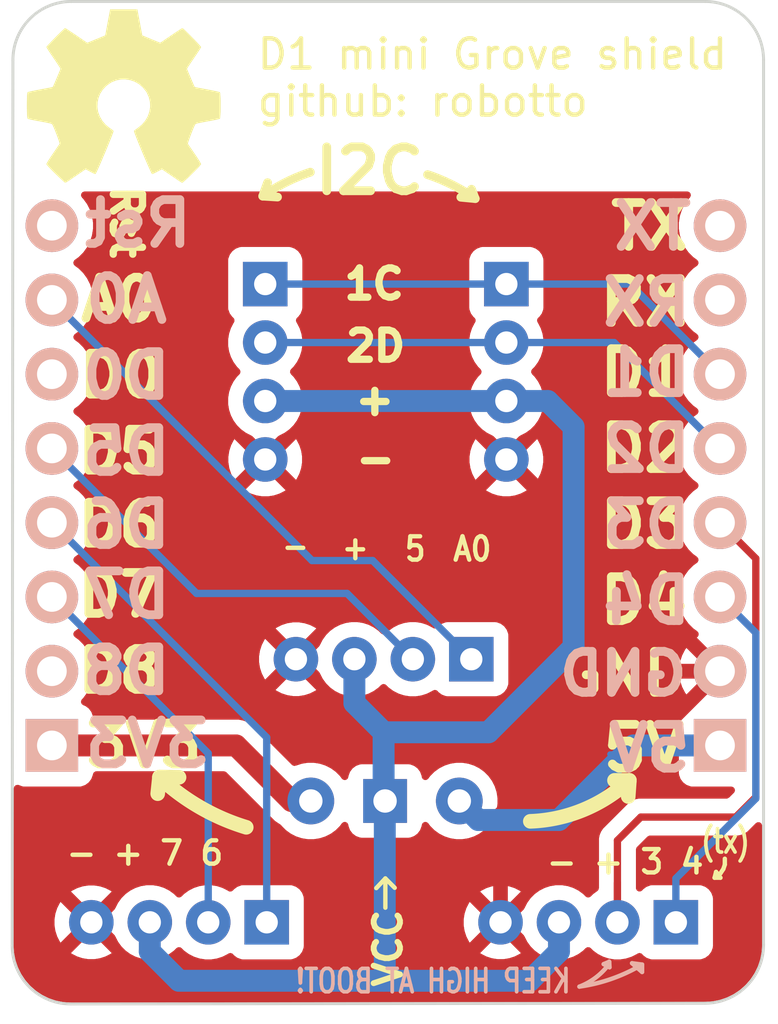
<source format=kicad_pcb>
(kicad_pcb (version 20241229) (generator "pcbnew") (generator_version "9.0")
  (layers (0 "F.Cu" signal) (2 "B.Cu" signal) (13 "F.Paste" user) (15 "B.Paste" user) (5 "F.SilkS" user "F.Silkscreen") (7 "B.SilkS" user "B.Silkscreen") (1 "F.Mask" user) (3 "B.Mask" user) (25 "Edge.Cuts" user))
  (net 0 "")
  (net 1 "GND")
  (net 2 "SDA_D2")
  (net 3 "/D3")
  (net 4 "SCL_D1")
  (net 5 "VCC")
  (net 6 "/RX")
  (net 7 "/TX")
  (net 8 "TX1_D4")
  (net 9 "/D8")
  (net 10 "/D7")
  (net 11 "/D6")
  (net 12 "/D5")
  (net 13 "/D0")
  (net 14 "/A0")
  (net 15 "/RST")
  (net 16 "+5V")
  (net 17 "+3V3")
  (footprint "D1_mini:NS-Tech_Grove_1x04_P2mm_Vertical" (layer "F.Cu") (at 134.62 110.01 -90)
    (property "Reference" "5_6" (hide yes))
    (property "Value" "Conn_01x04_Socket" (hide yes))
    (pad "1" thru_hole rect (at 0 0 270) (size 1.524 1.524) (drill 0.762) (layers "*.Cu" "*.Mask") (net 11 "/D6"))
    (pad "2" thru_hole circle (at 0 2 270) (size 1.524 1.524) (drill 0.762) (layers "*.Cu" "*.Mask") (net 10 "/D7"))
    (pad "3" thru_hole circle (at 0 4 270) (size 1.524 1.524) (drill 0.762) (layers "*.Cu" "*.Mask") (net 5 "VCC"))
    (pad "4" thru_hole circle (at 0 6 270) (size 1.524 1.524) (drill 0.762) (layers "*.Cu" "*.Mask") (net 1 "GND"))
  )
  (footprint "D1_mini:NS-Tech_Grove_1x04_P2mm_Vertical" (layer "F.Cu") (at 148.62 110.01 -90)
    (property "Reference" "3_4" (hide yes))
    (property "Value" "Conn_01x04_Socket" (hide yes))
    (pad "1" thru_hole rect (at 0 0 270) (size 1.524 1.524) (drill 0.762) (layers "*.Cu" "*.Mask") (net 8 "TX1_D4"))
    (pad "2" thru_hole circle (at 0 2 270) (size 1.524 1.524) (drill 0.762) (layers "*.Cu" "*.Mask") (net 3 "/D3"))
    (pad "3" thru_hole circle (at 0 4 270) (size 1.524 1.524) (drill 0.762) (layers "*.Cu" "*.Mask") (net 5 "VCC"))
    (pad "4" thru_hole circle (at 0 6 270) (size 1.524 1.524) (drill 0.762) (layers "*.Cu" "*.Mask") (net 1 "GND"))
  )
  (footprint "D1_mini:NS-Tech_Grove_1x04_P2mm_Vertical" (layer "F.Cu") (at 141.62 101.01 -90)
    (property "Reference" "A0_7" (hide yes))
    (property "Value" "Conn_01x04_Socket" (hide yes))
    (pad "1" thru_hole rect (at 0 0 270) (size 1.524 1.524) (drill 0.762) (layers "*.Cu" "*.Mask") (net 14 "/A0"))
    (pad "2" thru_hole circle (at 0 2 270) (size 1.524 1.524) (drill 0.762) (layers "*.Cu" "*.Mask") (net 12 "/D5"))
    (pad "3" thru_hole circle (at 0 4 270) (size 1.524 1.524) (drill 0.762) (layers "*.Cu" "*.Mask") (net 5 "VCC"))
    (pad "4" thru_hole circle (at 0 6 270) (size 1.524 1.524) (drill 0.762) (layers "*.Cu" "*.Mask") (net 1 "GND"))
  )
  (footprint "D1_mini:NS-Tech_Grove_1x04_P2mm_Vertical" (layer "F.Cu") (at 142.82 88.1775)
    (property "Reference" "1_2_IIC1" (hide yes))
    (property "Value" "Conn_01x04_Socket" (hide yes))
    (pad "1" thru_hole rect (at 0 0) (size 1.524 1.524) (drill 0.762) (layers "*.Cu" "*.Mask") (net 4 "SCL_D1"))
    (pad "2" thru_hole circle (at 0 2) (size 1.524 1.524) (drill 0.762) (layers "*.Cu" "*.Mask") (net 2 "SDA_D2"))
    (pad "3" thru_hole circle (at 0 4) (size 1.524 1.524) (drill 0.762) (layers "*.Cu" "*.Mask") (net 5 "VCC"))
    (pad "4" thru_hole circle (at 0 6) (size 1.524 1.524) (drill 0.762) (layers "*.Cu" "*.Mask") (net 1 "GND"))
  )
  (footprint "Symbol:OSHW-Symbol_6.7x6mm_SilkScreen" (layer "F.Cu") (at 129.72 81.76)
    (property "Reference" "REF**" (hide yes))
    (property "Value" "OSHW-Symbol_6.7x6mm_SilkScreen" (hide yes))
    (fp_poly (pts (xy 0.555814 -2.531069) (xy 0.639635 -2.086445) (xy 0.94892 -1.958947) (xy 1.258206 -1.831449) (xy 1.629246 -2.083754) (xy 1.733157 -2.154004) (xy 1.827087 -2.216728) (xy 1.906652 -2.269062) (xy 1.96747 -2.308143) (xy 2.005157 -2.331107) (xy 2.015421 -2.336058) (xy 2.03391 -2.323324) (xy 2.07342 -2.288118) (xy 2.129522 -2.234938) (xy 2.197787 -2.168282) (xy 2.273786 -2.092646) (xy 2.353092 -2.012528) (xy 2.431275 -1.932426) (xy 2.503907 -1.856836) (xy 2.566559 -1.790255) (xy 2.614803 -1.737182) (xy 2.64421 -1.702113) (xy 2.651241 -1.690377) (xy 2.641123 -1.66874) (xy 2.612759 -1.621338) (xy 2.569129 -1.552807) (xy 2.513218 -1.467785) (xy 2.448006 -1.370907) (xy 2.410219 -1.31565) (xy 2.341343 -1.214752) (xy 2.28014 -1.123701) (xy 2.229578 -1.04703) (xy 2.192628 -0.989272) (xy 2.172258 -0.954957) (xy 2.169197 -0.947746) (xy 2.176136 -0.927252) (xy 2.195051 -0.879487) (xy 2.223087 -0.811168) (xy 2.257391 -0.729011) (xy 2.295109 -0.63973) (xy 2.333387 -0.550042) (xy 2.36937 -0.466662) (xy 2.400206 -0.396306) (xy 2.423039 -0.34569) (xy 2.435017 -0.321529) (xy 2.435724 -0.320578) (xy 2.454531 -0.315964) (xy 2.504618 -0.305672) (xy 2.580793 -0.290713) (xy 2.677865 -0.272099) (xy 2.790643 -0.250841) (xy 2.856442 -0.238582) (xy 2.97695 -0.215638) (xy 3.085797 -0.193805) (xy 3.177476 -0.174278) (xy 3.246481 -0.158252) (xy 3.287304 -0.146921) (xy 3.295511 -0.143326) (xy 3.303548 -0.118994) (xy 3.310033 -0.064041) (xy 3.31497 0.015108) (xy 3.318364 0.112026) (xy 3.320218 0.220287) (xy 3.320538 0.333465) (xy 3.319327 0.445135) (xy 3.31659 0.548868) (xy 3.312331 0.638241) (xy 3.306555 0.706826) (xy 3.299267 0.748197) (xy 3.294895 0.75681) (xy 3.268764 0.767133) (xy 3.213393 0.781892) (xy 3.136107 0.799352) (xy 3.04423 0.81778) (xy 3.012158 0.823741) (xy 2.857524 0.852066) (xy 2.735375 0.874876) (xy 2.641673 0.89308) (xy 2.572384 0.907583) (xy 2.523471 0.919292) (xy 2.490897 0.929115) (xy 2.470628 0.937956) (xy 2.458626 0.946724) (xy 2.456947 0.948457) (xy 2.440184 0.976371) (xy 2.414614 1.030695) (xy 2.382788 1.104777) (xy 2.34726 1.191965) (xy 2.310583 1.285608) (xy 2.275311 1.379052) (xy 2.243996 1.465647) (xy 2.219193 1.53874) (xy 2.203454 1.591678) (xy 2.199332 1.617811) (xy 2.199676 1.618726) (xy 2.213641 1.640086) (xy 2.245322 1.687084) (xy 2.291391 1.754827) (xy 2.348518 1.838423) (xy 2.413373 1.932982) (xy 2.431843 1.959854) (xy 2.497699 2.057275) (xy 2.55565 2.146163) (xy 2.602538 2.221412) (xy 2.635207 2.27792) (xy 2.6505 2.310581) (xy 2.651241 2.314593) (xy 2.638392 2.335684) (xy 2.602888 2.377464) (xy 2.549293 2.435445) (xy 2.482171 2.505135) (xy 2.406087 2.582045) (xy 2.325604 2.661683) (xy 2.245287 2.739561) (xy 2.169699 2.811186) (xy 2.103405 2.87207) (xy 2.050969 2.917721) (xy 2.016955 2.94365) (xy 2.007545 2.947883) (xy 1.985643 2.937912) (xy 1.9408 2.91102) (xy 1.880321 2.871736) (xy 1.833789 2.840117) (xy 1.749475 2.782098) (xy 1.649626 2.713784) (xy 1.549473 2.645579) (xy 1.495627 2.609075) (xy 1.313371 2.4858) (xy 1.160381 2.56852) (xy 1.090682 2.604759) (xy 1.031414 2.632926) (xy 0.991311 2.648991) (xy 0.981103 2.651226) (xy 0.968829 2.634722) (xy 0.944613 2.588082) (xy 0.910263 2.515609) (xy 0.867588 2.421606) (xy 0.818394 2.310374) (xy 0.76449 2.186215) (xy 0.707684 2.053432) (xy 0.649782 1.916327) (xy 0.592593 1.779202) (xy 0.537924 1.646358) (xy 0.487584 1.522098) (xy 0.44338 1.410725) (xy 0.407119 1.316539) (xy 0.380609 1.243844) (xy 0.365658 1.196941) (xy 0.363254 1.180833) (xy 0.382311 1.160286) (xy 0.424036 1.126933) (xy 0.479706 1.087702) (xy 0.484378 1.084599) (xy 0.628264 0.969423) (xy 0.744283 0.835053) (xy 0.83143 0.685784) (xy 0.888699 0.525913) (xy 0.915086 0.359737) (xy 0.909585 0.191552) (xy 0.87119 0.025655) (xy 0.798895 -0.133658) (xy 0.777626 -0.168513) (xy 0.666996 -0.309263) (xy 0.536302 -0.422286) (xy 0.390064 -0.506997) (xy 0.232808 -0.562806) (xy 0.069057 -0.589126) (xy -0.096667 -0.58537) (xy -0.259838 -0.55095) (xy -0.415935 -0.485277) (xy -0.560433 -0.387765) (xy -0.605131 -0.348187) (xy -0.718888 -0.224297) (xy -0.801782 -0.093876) (xy -0.858644 0.052315) (xy -0.890313 0.197088) (xy -0.898131 0.35986) (xy -0.872062 0.52344) (xy -0.814755 0.682298) (xy -0.728856 0.830906) (xy -0.617014 0.963735) (xy -0.481877 1.075256) (xy -0.464117 1.087011) (xy -0.40785 1.125508) (xy -0.365077 1.158863) (xy -0.344628 1.18016) (xy -0.344331 1.180833) (xy -0.348721 1.203871) (xy -0.366124 1.256157) (xy -0.394732 1.33339) (xy -0.432735 1.431268) (xy -0.478326 1.545491) (xy -0.529697 1.671758) (xy -0.585038 1.805767) (xy -0.642542 1.943218) (xy -0.700399 2.079808) (xy -0.756802 2.211237) (xy -0.809942 2.333205) (xy -0.85801 2.441409) (xy -0.899199 2.531549) (xy -0.931699 2.599323) (xy -0.953703 2.64043) (xy -0.962564 2.651226) (xy -0.98964 2.642819) (xy -1.040303 2.620272) (xy -1.105817 2.587613) (xy -1.141841 2.56852) (xy -1.294832 2.4858) (xy -1.477088 2.609075) (xy -1.570125 2.672228) (xy -1.671985 2.741727) (xy -1.767438 2.807165) (xy -1.81525 2.840117) (xy -1.882495 2.885273) (xy -1.939436 2.921057) (xy -1.978646 2.942938) (xy -1.991381 2.947563) (xy -2.009917 2.935085) (xy -2.050941 2.900252) (xy -2.110475 2.846678) (xy -2.184542 2.777983) (xy -2.269165 2.697781) (xy -2.322685 2.646286) (xy -2.416319 2.554286) (xy -2.497241 2.471999) (xy -2.562177 2.402945) (xy -2.607858 2.350644) (xy -2.631011 2.318616) (xy -2.633232 2.312116) (xy -2.622924 2.287394) (xy -2.594439 2.237405) (xy -2.550937 2.167212) (xy -2.495577 2.081875) (xy -2.43152 1.986456) (xy -2.413303 1.959854) (xy -2.346927 1.863167) (xy -2.287378 1.776117) (xy -2.237984 1.703595) (xy -2.202075 1.650493) (xy -2.182981 1.621703) (xy -2.181136 1.618726) (xy -2.183895 1.595782) (xy -2.198538 1.545336) (xy -2.222513 1.474041) (xy -2.253266 1.388547) (xy -2.288244 1.295507) (xy -2.324893 1.201574) (xy -2.360661 1.113399) (xy -2.392994 1.037634) (xy -2.419338 0.980931) (xy -2.437142 0.949943) (xy -2.438407 0.948457) (xy -2.449294 0.939601) (xy -2.467682 0.930843) (xy -2.497606 0.921277) (xy -2.543103 0.909996) (xy -2.608209 0.896093) (xy -2.696961 0.878663) (xy -2.813393 0.856798) (xy -2.961542 0.829591) (xy -2.993618 0.823741) (xy -3.088686 0.805374) (xy -3.171565 0.787405) (xy -3.23493 0.771569) (xy -3.271458 0.7596) (xy -3.276356 0.75681) (xy -3.284427 0.732072) (xy -3.290987 0.67679) (xy -3.296033 0.597389) (xy -3.299559 0.500296) (xy -3.301561 0.391938) (xy -3.302036 0.27874) (xy -3.300977 0.167128) (xy -3.298382 0.063529) (xy -3.294246 -0.025632) (xy -3.288563 -0.093928) (xy -3.281331 -0.134934) (xy -3.276971 -0.143326) (xy -3.252698 -0.151792) (xy -3.197426 -0.165565) (xy -3.116662 -0.18345) (xy -3.015912 -0.204252) (xy -2.900683 -0.226777) (xy -2.837902 -0.238582) (xy -2.718787 -0.260849) (xy -2.612565 -0.281021) (xy -2.524427 -0.298085) (xy -2.459566 -0.311031) (xy -2.423174 -0.318845) (xy -2.417184 -0.320578) (xy -2.407061 -0.34011) (xy -2.385662 -0.387157) (xy -2.355839 -0.454997) (xy -2.320445 -0.536909) (xy -2.282332 -0.626172) (xy -2.244353 -0.716065) (xy -2.20936 -0.799865) (xy -2.180206 -0.870853) (xy -2.159743 -0.922306) (xy -2.150823 -0.947503) (xy -2.150657 -0.948604) (xy -2.160769 -0.968481) (xy -2.189117 -1.014223) (xy -2.232723 -1.081283) (xy -2.288606 -1.165116) (xy -2.353787 -1.261174) (xy -2.391679 -1.31635) (xy -2.460725 -1.417519) (xy -2.52205 -1.50937) (xy -2.572663 -1.587256) (xy -2.609571 -1.646531) (xy -2.629782 -1.682549) (xy -2.632701 -1.690623) (xy -2.620153 -1.709416) (xy -2.585463 -1.749543) (xy -2.533063 -1.806507) (xy -2.467384 -1.875815) (xy -2.392856 -1.952969) (xy -2.313913 -2.033475) (xy -2.234983 -2.112837) (xy -2.1605 -2.18656) (xy -2.094894 -2.250148) (xy -2.042596 -2.299106) (xy -2.008039 -2.328939) (xy -1.996478 -2.336058) (xy -1.977654 -2.326047) (xy -1.932631 -2.297922) (xy -1.865787 -2.254546) (xy -1.781499 -2.198782) (xy -1.684144 -2.133494) (xy -1.610707 -2.083754) (xy -1.239667 -1.831449) (xy -0.621095 -2.086445) (xy -0.537275 -2.531069) (xy -0.453454 -2.975693) (xy 0.471994 -2.975693) (xy 0.555814 -2.531069)) (stroke (width 0.01)) (fill yes) (layer "F.SilkS"))
  )
  (footprint "Button_Switch_THT:SW_Slide-03_Wuerth-WS-SLTV_10x2.5x6.4_P2.54mm" (layer "F.Cu") (at 138.67 105.86)
    (property "Reference" "SW1" (hide yes))
    (property "Value" "SW_Wuerth_450301014042" (hide yes))
    (pad "1" thru_hole rect (at 0 0) (size 1.5 1.5) (drill 0.8) (layers "*.Cu" "*.Mask") (net 5 "VCC"))
    (pad "2" thru_hole circle (at -2.54 0) (size 1.6 1.6) (drill 0.8) (layers "*.Cu" "*.Mask") (net 17 "+3V3"))
    (pad "3" thru_hole circle (at 2.54 0) (size 1.6 1.6) (drill 0.8) (layers "*.Cu" "*.Mask") (net 16 "+5V"))
  )
  (footprint "D1_mini:NS-Tech_Grove_1x04_P2mm_Vertical" (layer "F.Cu") (at 134.57 88.1775)
    (property "Reference" "1_2_IIC2" (hide yes))
    (property "Value" "Conn_01x04_Socket" (hide yes))
    (pad "1" thru_hole rect (at 0 0) (size 1.524 1.524) (drill 0.762) (layers "*.Cu" "*.Mask") (net 4 "SCL_D1"))
    (pad "2" thru_hole circle (at 0 2) (size 1.524 1.524) (drill 0.762) (layers "*.Cu" "*.Mask") (net 2 "SDA_D2"))
    (pad "3" thru_hole circle (at 0 4) (size 1.524 1.524) (drill 0.762) (layers "*.Cu" "*.Mask") (net 5 "VCC"))
    (pad "4" thru_hole circle (at 0 6) (size 1.524 1.524) (drill 0.762) (layers "*.Cu" "*.Mask") (net 1 "GND"))
  )
  (footprint "D1_mini:D1_mini_Pin_Header" (layer "B.Cu") (at 150.13 103.96)
    (property "Reference" "P1" (hide yes))
    (property "Value" "Connector_Generic:Conn_01x08" (hide yes))
    (pad "1" thru_hole rect (at 0 0) (size 1.8 1.8) (drill 1.016) (layers "*.Cu" "*.Mask" "B.SilkS") (net 16 "+5V"))
    (pad "2" thru_hole oval (at 0 -2.54) (size 1.8 1.8) (drill 1.016) (layers "*.Cu" "*.Mask" "B.SilkS") (net 1 "GND"))
    (pad "3" thru_hole oval (at 0 -5.08) (size 1.8 1.8) (drill 1.016) (layers "*.Cu" "*.Mask" "B.SilkS") (net 8 "TX1_D4"))
    (pad "4" thru_hole oval (at 0 -7.62) (size 1.8 1.8) (drill 1.016) (layers "*.Cu" "*.Mask" "B.SilkS") (net 3 "/D3"))
    (pad "5" thru_hole oval (at 0 -10.16) (size 1.8 1.8) (drill 1.016) (layers "*.Cu" "*.Mask" "B.SilkS") (net 2 "SDA_D2"))
    (pad "6" thru_hole oval (at 0 -12.7) (size 1.8 1.8) (drill 1.016) (layers "*.Cu" "*.Mask" "B.SilkS") (net 4 "SCL_D1"))
    (pad "7" thru_hole oval (at 0 -15.24) (size 1.8 1.8) (drill 1.016) (layers "*.Cu" "*.Mask" "B.SilkS") (net 6 "/RX"))
    (pad "8" thru_hole oval (at 0 -17.78) (size 1.8 1.8) (drill 1.016) (layers "*.Cu" "*.Mask" "B.SilkS") (net 7 "/TX"))
  )
  (footprint "D1_mini:D1_mini_Pin_Header" (layer "B.Cu") (at 127.27 103.96)
    (property "Reference" "P2" (hide yes))
    (property "Value" "Connector_Generic:Conn_01x08" (hide yes))
    (pad "1" thru_hole rect (at 0 0) (size 1.8 1.8) (drill 1.016) (layers "*.Cu" "*.Mask" "B.SilkS") (net 17 "+3V3"))
    (pad "2" thru_hole oval (at 0 -2.54) (size 1.8 1.8) (drill 1.016) (layers "*.Cu" "*.Mask" "B.SilkS") (net 9 "/D8"))
    (pad "3" thru_hole oval (at 0 -5.08) (size 1.8 1.8) (drill 1.016) (layers "*.Cu" "*.Mask" "B.SilkS") (net 10 "/D7"))
    (pad "4" thru_hole oval (at 0 -7.62) (size 1.8 1.8) (drill 1.016) (layers "*.Cu" "*.Mask" "B.SilkS") (net 11 "/D6"))
    (pad "5" thru_hole oval (at 0 -10.16) (size 1.8 1.8) (drill 1.016) (layers "*.Cu" "*.Mask" "B.SilkS") (net 12 "/D5"))
    (pad "6" thru_hole oval (at 0 -12.7) (size 1.8 1.8) (drill 1.016) (layers "*.Cu" "*.Mask" "B.SilkS") (net 13 "/D0"))
    (pad "7" thru_hole oval (at 0 -15.24) (size 1.8 1.8) (drill 1.016) (layers "*.Cu" "*.Mask" "B.SilkS") (net 14 "/A0"))
    (pad "8" thru_hole oval (at 0 -17.78) (size 1.8 1.8) (drill 1.016) (layers "*.Cu" "*.Mask" "B.SilkS") (net 15 "/RST"))
  )
  (gr_line (start 146.87 104.26) (end 146.37 104.26) (stroke (width 0.2)) (layer "B.Cu") (net 16))
  (gr_line (start 150.245 108.185) (end 150.145 108.335) (stroke (width 0.15)) (layer "F.SilkS"))
  (gr_line (start 141.753819 85.253237) (end 141.626925 84.934514) (stroke (width 0.3)) (layer "F.SilkS"))
  (gr_line (start 141.753819 85.253237) (end 141.262814 85.206635) (stroke (width 0.3)) (layer "F.SilkS"))
  (gr_arc (start 140.126925 84.434514) (mid 140.969998 84.785004) (end 141.753819 85.253237) (stroke (width 0.3)) (layer "F.SilkS"))
  (gr_line (start 147.029119 105.154905) (end 146.99 105.705682) (stroke (width 0.5)) (layer "F.SilkS"))
  (gr_arc (start 134.485014 85.168629) (mid 135.268838 84.700403) (end 136.111908 84.349906) (stroke (width 0.3)) (layer "F.SilkS"))
  (gr_line (start 149.995 108.285) (end 149.945 108.485) (stroke (width 0.15)) (layer "F.SilkS"))
  (gr_line (start 147.029119 105.154905) (end 146.52 105.154905) (stroke (width 0.5)) (layer "F.SilkS"))
  (gr_arc (start 147.029119 105.154905) (mid 145.4605 106.160003) (end 143.64 106.555682) (stroke (width 0.5)) (layer "F.SilkS"))
  (gr_line (start 138.68 108.51) (end 139 108.83) (stroke (width 0.15)) (layer "F.SilkS"))
  (gr_line (start 138.68 109.51) (end 138.68 108.51) (stroke (width 0.15)) (layer "F.SilkS"))
  (gr_line (start 134.485014 85.168629) (end 134.65 84.71) (stroke (width 0.3)) (layer "F.SilkS"))
  (gr_line (start 130.951056 105.040506) (end 131.621056 105.05) (stroke (width 0.5)) (layer "F.SilkS"))
  (gr_line (start 138.68 108.51) (end 138.37 108.84) (stroke (width 0.15)) (layer "F.SilkS"))
  (gr_line (start 150.045 108.435) (end 149.945 108.485) (stroke (width 0.15)) (layer "F.SilkS"))
  (gr_line (start 149.945 108.485) (end 150.145 108.485) (stroke (width 0.15)) (layer "F.SilkS"))
  (gr_line (start 134.485014 85.168629) (end 134.99 85.200398) (stroke (width 0.3)) (layer "F.SilkS"))
  (gr_line (start 141.626925 84.934514) (end 141.753819 85.253237) (stroke (width 0.15)) (layer "F.SilkS"))
  (gr_line (start 150.145 108.485) (end 149.995 108.285) (stroke (width 0.15)) (layer "F.SilkS"))
  (gr_line (start 150.145 108.335) (end 150.045 108.435) (stroke (width 0.15)) (layer "F.SilkS"))
  (gr_arc (start 133.92 106.76) (mid 132.335499 106.072492) (end 130.948183 105.043577) (stroke (width 0.5)) (layer "F.SilkS"))
  (gr_line (start 130.951056 105.040506) (end 130.891056 105.61) (stroke (width 0.5)) (layer "F.SilkS"))
  (gr_line (start 150.295 107.835) (end 150.295 108.035) (stroke (width 0.15)) (layer "F.SilkS"))
  (gr_line (start 150.295 108.035) (end 150.245 108.185) (stroke (width 0.15)) (layer "F.SilkS"))
  (gr_line (start 146.15 111.44) (end 146.34 111.36) (stroke (width 0.15)) (layer "B.SilkS"))
  (gr_line (start 146.34 111.36) (end 146.35 111.548636) (stroke (width 0.15)) (layer "B.SilkS"))
  (gr_line (start 147.12 111.410002) (end 147.464621 111.455626) (stroke (width 0.15)) (layer "B.SilkS"))
  (gr_line (start 147.464621 111.455626) (end 147.464621 111.710002) (stroke (width 0.15)) (layer "B.SilkS"))
  (gr_arc (start 147.464621 111.455624) (mid 146.429925 111.939749) (end 145.319998 112.21) (stroke (width 0.15)) (layer "B.SilkS"))
  (gr_line (start 146.35 111.548636) (end 146.15 111.44) (stroke (width 0.15)) (layer "B.SilkS"))
  (gr_arc (start 146.246363 111.548636) (mid 145.825748 111.938941) (end 145.32 112.21) (stroke (width 0.15)) (layer "B.SilkS"))
  (gr_line (start 147.464621 111.710002) (end 147.12 111.410002) (stroke (width 0.15)) (layer "B.SilkS"))
  (gr_arc (start 149.619956 78.51) (mid 151.034214 79.095786) (end 151.619956 80.510044) (stroke (width 0.1)) (layer "Edge.Cuts"))
  (gr_line (start 125.937245 80.523665) (end 125.91203 110.801634) (stroke (width 0.1)) (layer "Edge.Cuts"))
  (gr_arc (start 127.914276 112.803288) (mid 126.49801 112.217722) (end 125.91203 110.801634) (stroke (width 0.1)) (layer "Edge.Cuts"))
  (gr_line (start 151.619295 110.773288) (end 151.619956 80.510044) (stroke (width 0.1)) (layer "Edge.Cuts"))
  (gr_line (start 149.619956 78.51) (end 127.9373 78.51) (stroke (width 0.1)) (layer "Edge.Cuts"))
  (gr_line (start 127.914276 112.803288) (end 149.621547 112.778903) (stroke (width 0.1)) (layer "Edge.Cuts"))
  (gr_arc (start 125.937245 80.523665) (mid 126.518257 79.100649) (end 127.9373 78.51) (stroke (width 0.1)) (layer "Edge.Cuts"))
  (gr_arc (start 151.619295 110.773288) (mid 151.036291 112.190334) (end 149.621547 112.778903) (stroke (width 0.1)) (layer "Edge.Cuts"))
  (gr_text "TX" (at 147.72 86.21 0) (layer "F.SilkS") (effects (font (size 1.5 1.5) (thickness 0.3))))
  (gr_text "RX" (at 147.52 88.81 0) (layer "F.SilkS") (effects (font (size 1.5 1.5) (thickness 0.3))))
  (gr_text "D1" (at 147.52 91.21 0) (layer "F.SilkS") (effects (font (size 1.5 1.5) (thickness 0.3))))
  (gr_text "D2" (at 147.52 93.81 0) (layer "F.SilkS") (effects (font (size 1.5 1.5) (thickness 0.3))))
  (gr_text "D3" (at 147.52 96.41 0) (layer "F.SilkS") (effects (font (size 1.5 1.5) (thickness 0.3))))
  (gr_text "D4" (at 147.52 99.01 0) (layer "F.SilkS") (effects (font (size 1.5 1.5) (thickness 0.3))))
  (gr_text "GND" (at 146.82 101.51 0) (layer "F.SilkS") (effects (font (size 1.4 1.4) (thickness 0.3))))
  (gr_text "Rst" (at 129.82 86.06 270) (layer "F.SilkS") (effects (font (size 1 1) (thickness 0.25))))
  (gr_text "A0" (at 129.57 88.71 0) (layer "F.SilkS") (effects (font (size 1.4 1.4) (thickness 0.3))))
  (gr_text "D0" (at 129.62 91.31 0) (layer "F.SilkS") (effects (font (size 1.4 1.4) (thickness 0.3))))
  (gr_text "D5" (at 129.57 93.91 0) (layer "F.SilkS") (effects (font (size 1.4 1.4) (thickness 0.3))))
  (gr_text "D6" (at 129.57 96.41 0) (layer "F.SilkS") (effects (font (size 1.4 1.4) (thickness 0.3))))
  (gr_text "D7" (at 129.57 98.81 0) (layer "F.SilkS") (effects (font (size 1.4 1.4) (thickness 0.3))))
  (gr_text "D8" (at 129.57 101.41 0) (layer "F.SilkS") (effects (font (size 1.4 1.4) (thickness 0.3))))
  (gr_text "1C" (at 138.295 88.76 0) (layer "F.SilkS") (effects (font (size 1 1) (thickness 0.25) (bold yes)) (justify bottom)))
  (gr_text "-" (at 135.07 97.61 0) (layer "F.SilkS") (effects (font (size 0.8 0.7)) (justify left bottom)))
  (gr_text "+" (at 138.32 92.71 0) (layer "F.SilkS") (effects (font (size 1 1) (thickness 0.25) (bold yes)) (justify bottom)))
  (gr_text "5V" (at 147.52 104.06 0) (layer "F.SilkS") (effects (font (size 1.5 1.5) (thickness 0.3) (bold yes))))
  (gr_text "VCC" (at 139.3 112.31 90) (layer "F.SilkS") (effects (font (size 0.9 0.9) (thickness 0.2) (bold yes)) (justify left bottom)))
  (gr_text "A0" (at 140.92 97.71 0) (layer "F.SilkS") (effects (font (size 0.8 0.7)) (justify left bottom)))
  (gr_text "-" (at 138.345 94.735 0) (layer "F.SilkS") (effects (font (size 1 1) (thickness 0.25) (bold yes)) (justify bottom)))
  (gr_text "+" (at 137.12 97.66 0) (layer "F.SilkS") (effects (font (size 0.8 0.7)) (justify left bottom)))
  (gr_text "(tx)" (at 149.42 107.71 0) (layer "F.SilkS") (effects (font (size 0.8 0.6) (thickness 0.125)) (justify left bottom)))
  (gr_text "I2C" (at 136.12 85.185 0) (layer "F.SilkS") (effects (font (size 1.5 1.5) (thickness 0.3) (bold yes)) (justify left bottom)))
  (gr_text "2D" (at 138.345 90.885 0) (layer "F.SilkS") (effects (font (size 1 1) (thickness 0.25) (bold yes)) (justify bottom)))
  (gr_text "5" (at 139.27 97.71 0) (layer "F.SilkS") (effects (font (size 0.8 0.7)) (justify left bottom)))
  (gr_text "- + 7 6" (at 133.22 108.11 0) (layer "F.SilkS") (effects (font (size 0.8 0.8)) (justify right bottom)))
  (gr_text "- + 3 4" (at 144.12 108.41 0) (layer "F.SilkS") (effects (font (size 0.8 0.8)) (justify left bottom)))
  (gr_text "3V3" (at 130.42 103.96 0) (layer "F.SilkS") (effects (font (size 1.4 1.4) (thickness 0.3))))
  (gr_text "D1 mini Grove shield\ngithub: robotto" (at 134.22 82.51 0) (layer "F.SilkS") (effects (font (size 1 1)) (justify left bottom)))
  (gr_text "3V3" (at 130.52 103.91 0) (layer "B.SilkS") (effects (font (size 1.5 1.5) (thickness 0.3)) (justify mirror)))
  (gr_text "D2" (at 147.62 93.81 0) (layer "B.SilkS") (effects (font (size 1.5 1.5) (thickness 0.3)) (justify mirror)))
  (gr_text "D7" (at 129.82 98.81 0) (layer "B.SilkS") (effects (font (size 1.5 1.5) (thickness 0.3)) (justify mirror)))
  (gr_text "D3" (at 147.62 96.41 0) (layer "B.SilkS") (effects (font (size 1.5 1.5) (thickness 0.3)) (justify mirror)))
  (gr_text "D5" (at 129.82 93.91 0) (layer "B.SilkS") (effects (font (size 1.5 1.5) (thickness 0.3)) (justify mirror)))
  (gr_text "D0" (at 129.82 91.31 0) (layer "B.SilkS") (effects (font (size 1.5 1.5) (thickness 0.3)) (justify mirror)))
  (gr_text "D4" (at 147.62 99.01 0) (layer "B.SilkS") (effects (font (size 1.5 1.5) (thickness 0.3)) (justify mirror)))
  (gr_text " KEEP HIGH AT BOOT!" (at 145.54 112.49 0) (layer "B.SilkS") (effects (font (size 0.8 0.6) (thickness 0.125)) (justify left bottom mirror)))
  (gr_text "D1" (at 147.62 91.21 0) (layer "B.SilkS") (effects (font (size 1.5 1.5) (thickness 0.3)) (justify mirror)))
  (gr_text "D8" (at 129.82 101.41 0) (layer "B.SilkS") (effects (font (size 1.5 1.5) (thickness 0.3)) (justify mirror)))
  (gr_text "Rst" (at 130.22 86.11 0) (layer "B.SilkS") (effects (font (size 1.5 1.5) (thickness 0.3)) (justify mirror)))
  (gr_text "GND" (at 146.82 101.51 0) (layer "B.SilkS") (effects (font (size 1.4 1.4) (thickness 0.3)) (justify mirror)))
  (gr_text "5V" (at 147.72 104.06 0) (layer "B.SilkS") (effects (font (size 1.5 1.5) (thickness 0.3) (bold yes)) (justify mirror)))
  (gr_text "D6" (at 129.82 96.41 0) (layer "B.SilkS") (effects (font (size 1.5 1.5) (thickness 0.3)) (justify mirror)))
  (gr_text "TX" (at 147.82 86.21 0) (layer "B.SilkS") (effects (font (size 1.5 1.5) (thickness 0.3)) (justify mirror)))
  (gr_text "RX" (at 147.62 88.81 0) (layer "B.SilkS") (effects (font (size 1.5 1.5) (thickness 0.3)) (justify mirror)))
  (gr_text "A0" (at 129.82 88.71 0) (layer "B.SilkS") (effects (font (size 1.5 1.5) (thickness 0.3)) (justify mirror)))
  (segment (start 142.8875 94.1775) (end 142.82 94.1775) (width 0.75) (layer "F.Cu") (net 1))
  (segment (start 147.51 101.42) (end 142.62 106.31) (width 0.5) (layer "F.Cu") (net 1))
  (segment (start 150.13 101.42) (end 147.51 101.42) (width 0.5) (layer "F.Cu") (net 1))
  (segment (start 150.13 101.42) (end 142.8875 94.1775) (width 0.5) (layer "F.Cu") (net 1))
  (segment (start 142.62 106.31) (end 142.62 110.01) (width 0.5) (layer "F.Cu") (net 1))
  (segment (start 150.13 101.42) (end 148.555 102.995) (width 0.5) (layer "F.Cu") (net 1))
  (segment (start 142.82 90.1775) (end 134.57 90.1775) (width 0.25) (layer "B.Cu") (net 2))
  (segment (start 150.13 93.8) (end 146.5075 90.1775) (width 0.25) (layer "B.Cu") (net 2))
  (segment (start 146.5075 90.1775) (end 142.82 90.1775) (width 0.25) (layer "B.Cu") (net 2))
  (segment (start 151.355 97.565) (end 151.355 105.725) (width 0.25) (layer "F.Cu") (net 3))
  (segment (start 146.62 107.21) (end 146.62 110.01) (width 0.25) (layer "F.Cu") (net 3))
  (segment (start 151.355 105.725) (end 150.67 106.41) (width 0.25) (layer "F.Cu") (net 3))
  (segment (start 146.62 108.66) (end 146.62 110.01) (width 0.25) (layer "F.Cu") (net 3))
  (segment (start 150.13 96.34) (end 151.355 97.565) (width 0.25) (layer "F.Cu") (net 3))
  (segment (start 147.42 106.41) (end 146.62 107.21) (width 0.25) (layer "F.Cu") (net 3))
  (segment (start 150.67 106.41) (end 147.42 106.41) (width 0.25) (layer "F.Cu") (net 3))
  (segment (start 142.82 88.1775) (end 134.57 88.1775) (width 0.25) (layer "B.Cu") (net 4))
  (segment (start 147.0475 88.1775) (end 142.82 88.1775) (width 0.25) (layer "B.Cu") (net 4))
  (segment (start 150.13 91.26) (end 147.0475 88.1775) (width 0.25) (layer "B.Cu") (net 4))
  (segment (start 138.62 103.51) (end 137.62 102.51) (width 0.75) (layer "B.Cu") (net 5))
  (segment (start 131.62 112.01) (end 130.62 111.01) (width 0.75) (layer "B.Cu") (net 5))
  (segment (start 130.62 111.01) (end 130.62 110.01) (width 0.75) (layer "B.Cu") (net 5))
  (segment (start 145.12 93.06) (end 145.12 100.597) (width 0.75) (layer "B.Cu") (net 5))
  (segment (start 145.12 100.597) (end 142.207 103.51) (width 0.75) (layer "B.Cu") (net 5))
  (segment (start 142.207 103.51) (end 138.62 103.51) (width 0.75) (layer "B.Cu") (net 5))
  (segment (start 138.67 105.86) (end 138.66 105.87) (width 0.75) (layer "B.Cu") (net 5))
  (segment (start 144.62 111.01) (end 143.62 112.01) (width 0.75) (layer "B.Cu") (net 5))
  (segment (start 142.82 92.1775) (end 134.57 92.1775) (width 0.75) (layer "B.Cu") (net 5))
  (segment (start 137.62 102.51) (end 137.62 101.01) (width 0.75) (layer "B.Cu") (net 5))
  (segment (start 144.2375 92.1775) (end 145.12 93.06) (width 0.75) (layer "B.Cu") (net 5))
  (segment (start 138.62 112.01) (end 131.62 112.01) (width 0.75) (layer "B.Cu") (net 5))
  (segment (start 144.62 110.01) (end 144.62 111.01) (width 0.75) (layer "B.Cu") (net 5))
  (segment (start 143.62 112.01) (end 138.62 112.01) (width 0.75) (layer "B.Cu") (net 5))
  (segment (start 138.66 105.87) (end 138.66 111.97) (width 0.75) (layer "B.Cu") (net 5))
  (segment (start 138.62 103.51) (end 138.62 105.81) (width 0.75) (layer "B.Cu") (net 5))
  (segment (start 142.82 92.1775) (end 144.2375 92.1775) (width 0.75) (layer "B.Cu") (net 5))
  (segment (start 138.66 111.97) (end 138.62 112.01) (width 0.75) (layer "B.Cu") (net 5))
  (segment (start 138.62 105.81) (end 138.67 105.86) (width 0.75) (layer "B.Cu") (net 5))
  (segment (start 148.62 108.51) (end 151.355 105.775) (width 0.25) (layer "B.Cu") (net 8))
  (segment (start 151.355 105.775) (end 151.355 100.105) (width 0.25) (layer "B.Cu") (net 8))
  (segment (start 148.62 110.01) (end 148.62 108.51) (width 0.25) (layer "B.Cu") (net 8))
  (segment (start 151.355 100.105) (end 150.13 98.88) (width 0.25) (layer "B.Cu") (net 8))
  (segment (start 132.62 104.23) (end 127.27 98.88) (width 0.25) (layer "B.Cu") (net 10))
  (segment (start 132.62 110.01) (end 132.62 104.23) (width 0.25) (layer "B.Cu") (net 10))
  (segment (start 134.62 103.685) (end 134.62 110.01) (width 0.25) (layer "B.Cu") (net 11))
  (segment (start 127.275 96.34) (end 134.62 103.685) (width 0.25) (layer "B.Cu") (net 11))
  (segment (start 127.27 96.34) (end 127.275 96.34) (width 0.25) (layer "B.Cu") (net 11))
  (segment (start 127.27 93.81) (end 132.22 98.76) (width 0.25) (layer "B.Cu") (net 12))
  (segment (start 127.27 93.8) (end 127.27 93.81) (width 0.25) (layer "B.Cu") (net 12))
  (segment (start 137.37 98.76) (end 139.62 101.01) (width 0.25) (layer "B.Cu") (net 12))
  (segment (start 132.22 98.76) (end 137.37 98.76) (width 0.25) (layer "B.Cu") (net 12))
  (segment (start 127.27 88.735) (end 136.17 97.635) (width 0.25) (layer "B.Cu") (net 14))
  (segment (start 136.17 97.635) (end 138.245 97.635) (width 0.25) (layer "B.Cu") (net 14))
  (segment (start 138.245 97.635) (end 141.62 101.01) (width 0.25) (layer "B.Cu") (net 14))
  (segment (start 127.27 88.72) (end 127.27 88.735) (width 0.25) (layer "B.Cu") (net 14))
  (segment (start 147.17 103.96) (end 144.62 106.51) (width 0.75) (layer "B.Cu") (net 16))
  (segment (start 150.13 103.96) (end 147.17 103.96) (width 0.75) (layer "B.Cu") (net 16))
  (segment (start 141.86 106.51) (end 141.21 105.86) (width 0.75) (layer "B.Cu") (net 16))
  (segment (start 144.62 106.51) (end 141.86 106.51) (width 0.75) (layer "B.Cu") (net 16))
  (segment (start 135.47 105.86) (end 136.13 105.86) (width 0.75) (layer "F.Cu") (net 17))
  (segment (start 133.57 103.96) (end 135.47 105.86) (width 0.75) (layer "F.Cu") (net 17))
  (segment (start 127.27 103.96) (end 133.57 103.96) (width 0.75) (layer "F.Cu") (net 17))
  (zone (net 1) (net_name "GND") (layer "F.Cu") (connect_pads (clearance 0.508)) (min_thickness 0.25) (fill yes (thermal_gap 0.5) (thermal_bridge_width 0.5))
    (polygon (pts (xy 152.12 85.01) (xy 125.62 85.01) (xy 125.62 113.51) (xy 152.12 113.51)))
  )
  (zone (net 1) (net_name "GND") (layer "F.Cu") (connect_pads (clearance 0.508)) (min_thickness 0.25) (fill yes (thermal_gap 0.5) (thermal_bridge_width 0.5))
    (polygon (pts (xy 152.12 85.01) (xy 125.62 85.01) (xy 125.62 113.51) (xy 152.12 113.51)))
  )
)
</source>
